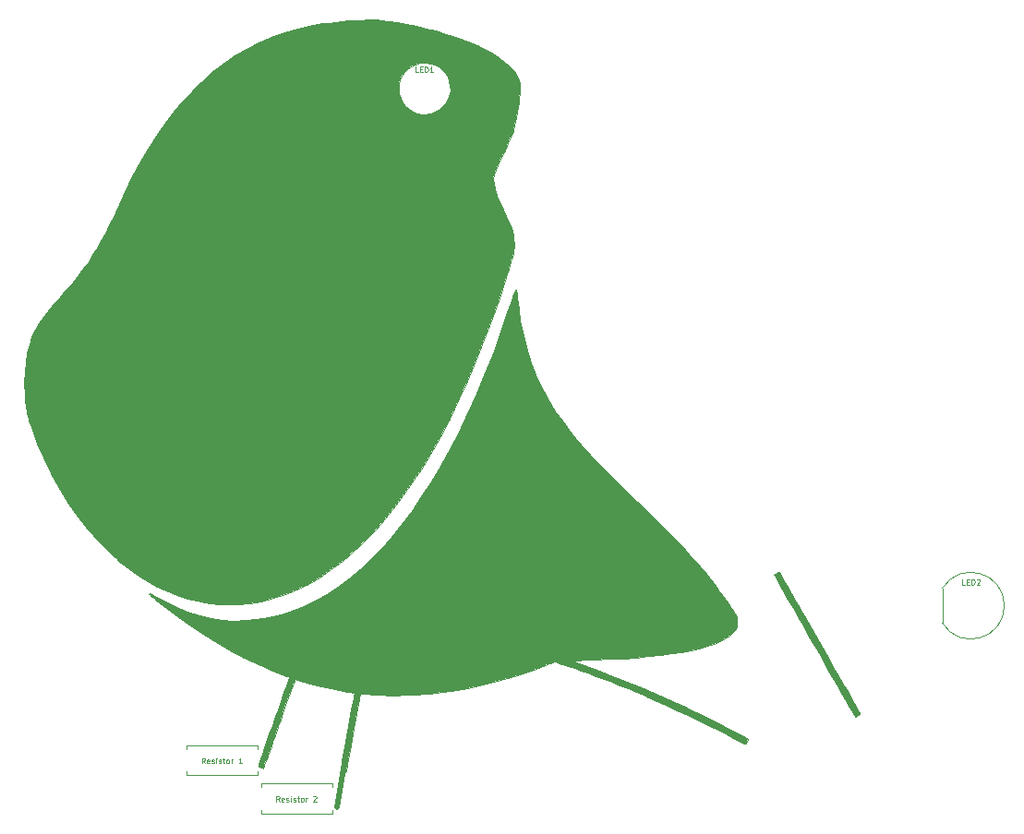
<source format=gbr>
%TF.GenerationSoftware,KiCad,Pcbnew,8.0.5*%
%TF.CreationDate,2025-02-18T12:13:13+00:00*%
%TF.ProjectId,robin,726f6269-6e2e-46b6-9963-61645f706362,v2*%
%TF.SameCoordinates,Original*%
%TF.FileFunction,Legend,Top*%
%TF.FilePolarity,Positive*%
%FSLAX46Y46*%
G04 Gerber Fmt 4.6, Leading zero omitted, Abs format (unit mm)*
G04 Created by KiCad (PCBNEW 8.0.5) date 2025-02-18 12:13:13*
%MOMM*%
%LPD*%
G01*
G04 APERTURE LIST*
%ADD10C,0.500000*%
%ADD11C,0.125000*%
%ADD12C,0.100000*%
%ADD13C,0.120000*%
%ADD14C,0.010000*%
G04 APERTURE END LIST*
D10*
X139700000Y-125501400D02*
X139115800Y-128981200D01*
D11*
X146557276Y-61565809D02*
X146319181Y-61565809D01*
X146319181Y-61565809D02*
X146319181Y-61065809D01*
X146723943Y-61303904D02*
X146890610Y-61303904D01*
X146962038Y-61565809D02*
X146723943Y-61565809D01*
X146723943Y-61565809D02*
X146723943Y-61065809D01*
X146723943Y-61065809D02*
X146962038Y-61065809D01*
X147176324Y-61565809D02*
X147176324Y-61065809D01*
X147176324Y-61065809D02*
X147295372Y-61065809D01*
X147295372Y-61065809D02*
X147366800Y-61089619D01*
X147366800Y-61089619D02*
X147414419Y-61137238D01*
X147414419Y-61137238D02*
X147438229Y-61184857D01*
X147438229Y-61184857D02*
X147462038Y-61280095D01*
X147462038Y-61280095D02*
X147462038Y-61351523D01*
X147462038Y-61351523D02*
X147438229Y-61446761D01*
X147438229Y-61446761D02*
X147414419Y-61494380D01*
X147414419Y-61494380D02*
X147366800Y-61542000D01*
X147366800Y-61542000D02*
X147295372Y-61565809D01*
X147295372Y-61565809D02*
X147176324Y-61565809D01*
X147938229Y-61565809D02*
X147652515Y-61565809D01*
X147795372Y-61565809D02*
X147795372Y-61065809D01*
X147795372Y-61065809D02*
X147747753Y-61137238D01*
X147747753Y-61137238D02*
X147700134Y-61184857D01*
X147700134Y-61184857D02*
X147652515Y-61208666D01*
X196696876Y-108581209D02*
X196458781Y-108581209D01*
X196458781Y-108581209D02*
X196458781Y-108081209D01*
X196863543Y-108319304D02*
X197030210Y-108319304D01*
X197101638Y-108581209D02*
X196863543Y-108581209D01*
X196863543Y-108581209D02*
X196863543Y-108081209D01*
X196863543Y-108081209D02*
X197101638Y-108081209D01*
X197315924Y-108581209D02*
X197315924Y-108081209D01*
X197315924Y-108081209D02*
X197434972Y-108081209D01*
X197434972Y-108081209D02*
X197506400Y-108105019D01*
X197506400Y-108105019D02*
X197554019Y-108152638D01*
X197554019Y-108152638D02*
X197577829Y-108200257D01*
X197577829Y-108200257D02*
X197601638Y-108295495D01*
X197601638Y-108295495D02*
X197601638Y-108366923D01*
X197601638Y-108366923D02*
X197577829Y-108462161D01*
X197577829Y-108462161D02*
X197554019Y-108509780D01*
X197554019Y-108509780D02*
X197506400Y-108557400D01*
X197506400Y-108557400D02*
X197434972Y-108581209D01*
X197434972Y-108581209D02*
X197315924Y-108581209D01*
X197792115Y-108128828D02*
X197815924Y-108105019D01*
X197815924Y-108105019D02*
X197863543Y-108081209D01*
X197863543Y-108081209D02*
X197982591Y-108081209D01*
X197982591Y-108081209D02*
X198030210Y-108105019D01*
X198030210Y-108105019D02*
X198054019Y-108128828D01*
X198054019Y-108128828D02*
X198077829Y-108176447D01*
X198077829Y-108176447D02*
X198077829Y-108224066D01*
X198077829Y-108224066D02*
X198054019Y-108295495D01*
X198054019Y-108295495D02*
X197768305Y-108581209D01*
X197768305Y-108581209D02*
X198077829Y-108581209D01*
X127013686Y-124989609D02*
X126847020Y-124751514D01*
X126727972Y-124989609D02*
X126727972Y-124489609D01*
X126727972Y-124489609D02*
X126918448Y-124489609D01*
X126918448Y-124489609D02*
X126966067Y-124513419D01*
X126966067Y-124513419D02*
X126989877Y-124537228D01*
X126989877Y-124537228D02*
X127013686Y-124584847D01*
X127013686Y-124584847D02*
X127013686Y-124656276D01*
X127013686Y-124656276D02*
X126989877Y-124703895D01*
X126989877Y-124703895D02*
X126966067Y-124727704D01*
X126966067Y-124727704D02*
X126918448Y-124751514D01*
X126918448Y-124751514D02*
X126727972Y-124751514D01*
X127418448Y-124965800D02*
X127370829Y-124989609D01*
X127370829Y-124989609D02*
X127275591Y-124989609D01*
X127275591Y-124989609D02*
X127227972Y-124965800D01*
X127227972Y-124965800D02*
X127204163Y-124918180D01*
X127204163Y-124918180D02*
X127204163Y-124727704D01*
X127204163Y-124727704D02*
X127227972Y-124680085D01*
X127227972Y-124680085D02*
X127275591Y-124656276D01*
X127275591Y-124656276D02*
X127370829Y-124656276D01*
X127370829Y-124656276D02*
X127418448Y-124680085D01*
X127418448Y-124680085D02*
X127442258Y-124727704D01*
X127442258Y-124727704D02*
X127442258Y-124775323D01*
X127442258Y-124775323D02*
X127204163Y-124822942D01*
X127632734Y-124965800D02*
X127680353Y-124989609D01*
X127680353Y-124989609D02*
X127775591Y-124989609D01*
X127775591Y-124989609D02*
X127823210Y-124965800D01*
X127823210Y-124965800D02*
X127847019Y-124918180D01*
X127847019Y-124918180D02*
X127847019Y-124894371D01*
X127847019Y-124894371D02*
X127823210Y-124846752D01*
X127823210Y-124846752D02*
X127775591Y-124822942D01*
X127775591Y-124822942D02*
X127704162Y-124822942D01*
X127704162Y-124822942D02*
X127656543Y-124799133D01*
X127656543Y-124799133D02*
X127632734Y-124751514D01*
X127632734Y-124751514D02*
X127632734Y-124727704D01*
X127632734Y-124727704D02*
X127656543Y-124680085D01*
X127656543Y-124680085D02*
X127704162Y-124656276D01*
X127704162Y-124656276D02*
X127775591Y-124656276D01*
X127775591Y-124656276D02*
X127823210Y-124680085D01*
X128061305Y-124989609D02*
X128061305Y-124656276D01*
X128061305Y-124489609D02*
X128037496Y-124513419D01*
X128037496Y-124513419D02*
X128061305Y-124537228D01*
X128061305Y-124537228D02*
X128085115Y-124513419D01*
X128085115Y-124513419D02*
X128061305Y-124489609D01*
X128061305Y-124489609D02*
X128061305Y-124537228D01*
X128275591Y-124965800D02*
X128323210Y-124989609D01*
X128323210Y-124989609D02*
X128418448Y-124989609D01*
X128418448Y-124989609D02*
X128466067Y-124965800D01*
X128466067Y-124965800D02*
X128489876Y-124918180D01*
X128489876Y-124918180D02*
X128489876Y-124894371D01*
X128489876Y-124894371D02*
X128466067Y-124846752D01*
X128466067Y-124846752D02*
X128418448Y-124822942D01*
X128418448Y-124822942D02*
X128347019Y-124822942D01*
X128347019Y-124822942D02*
X128299400Y-124799133D01*
X128299400Y-124799133D02*
X128275591Y-124751514D01*
X128275591Y-124751514D02*
X128275591Y-124727704D01*
X128275591Y-124727704D02*
X128299400Y-124680085D01*
X128299400Y-124680085D02*
X128347019Y-124656276D01*
X128347019Y-124656276D02*
X128418448Y-124656276D01*
X128418448Y-124656276D02*
X128466067Y-124680085D01*
X128632734Y-124656276D02*
X128823210Y-124656276D01*
X128704162Y-124489609D02*
X128704162Y-124918180D01*
X128704162Y-124918180D02*
X128727972Y-124965800D01*
X128727972Y-124965800D02*
X128775591Y-124989609D01*
X128775591Y-124989609D02*
X128823210Y-124989609D01*
X129061305Y-124989609D02*
X129013686Y-124965800D01*
X129013686Y-124965800D02*
X128989876Y-124941990D01*
X128989876Y-124941990D02*
X128966067Y-124894371D01*
X128966067Y-124894371D02*
X128966067Y-124751514D01*
X128966067Y-124751514D02*
X128989876Y-124703895D01*
X128989876Y-124703895D02*
X129013686Y-124680085D01*
X129013686Y-124680085D02*
X129061305Y-124656276D01*
X129061305Y-124656276D02*
X129132733Y-124656276D01*
X129132733Y-124656276D02*
X129180352Y-124680085D01*
X129180352Y-124680085D02*
X129204162Y-124703895D01*
X129204162Y-124703895D02*
X129227971Y-124751514D01*
X129227971Y-124751514D02*
X129227971Y-124894371D01*
X129227971Y-124894371D02*
X129204162Y-124941990D01*
X129204162Y-124941990D02*
X129180352Y-124965800D01*
X129180352Y-124965800D02*
X129132733Y-124989609D01*
X129132733Y-124989609D02*
X129061305Y-124989609D01*
X129442257Y-124989609D02*
X129442257Y-124656276D01*
X129442257Y-124751514D02*
X129466067Y-124703895D01*
X129466067Y-124703895D02*
X129489876Y-124680085D01*
X129489876Y-124680085D02*
X129537495Y-124656276D01*
X129537495Y-124656276D02*
X129585114Y-124656276D01*
X130394638Y-124989609D02*
X130108924Y-124989609D01*
X130251781Y-124989609D02*
X130251781Y-124489609D01*
X130251781Y-124489609D02*
X130204162Y-124561038D01*
X130204162Y-124561038D02*
X130156543Y-124608657D01*
X130156543Y-124608657D02*
X130108924Y-124632466D01*
X133846286Y-128494809D02*
X133679620Y-128256714D01*
X133560572Y-128494809D02*
X133560572Y-127994809D01*
X133560572Y-127994809D02*
X133751048Y-127994809D01*
X133751048Y-127994809D02*
X133798667Y-128018619D01*
X133798667Y-128018619D02*
X133822477Y-128042428D01*
X133822477Y-128042428D02*
X133846286Y-128090047D01*
X133846286Y-128090047D02*
X133846286Y-128161476D01*
X133846286Y-128161476D02*
X133822477Y-128209095D01*
X133822477Y-128209095D02*
X133798667Y-128232904D01*
X133798667Y-128232904D02*
X133751048Y-128256714D01*
X133751048Y-128256714D02*
X133560572Y-128256714D01*
X134251048Y-128471000D02*
X134203429Y-128494809D01*
X134203429Y-128494809D02*
X134108191Y-128494809D01*
X134108191Y-128494809D02*
X134060572Y-128471000D01*
X134060572Y-128471000D02*
X134036763Y-128423380D01*
X134036763Y-128423380D02*
X134036763Y-128232904D01*
X134036763Y-128232904D02*
X134060572Y-128185285D01*
X134060572Y-128185285D02*
X134108191Y-128161476D01*
X134108191Y-128161476D02*
X134203429Y-128161476D01*
X134203429Y-128161476D02*
X134251048Y-128185285D01*
X134251048Y-128185285D02*
X134274858Y-128232904D01*
X134274858Y-128232904D02*
X134274858Y-128280523D01*
X134274858Y-128280523D02*
X134036763Y-128328142D01*
X134465334Y-128471000D02*
X134512953Y-128494809D01*
X134512953Y-128494809D02*
X134608191Y-128494809D01*
X134608191Y-128494809D02*
X134655810Y-128471000D01*
X134655810Y-128471000D02*
X134679619Y-128423380D01*
X134679619Y-128423380D02*
X134679619Y-128399571D01*
X134679619Y-128399571D02*
X134655810Y-128351952D01*
X134655810Y-128351952D02*
X134608191Y-128328142D01*
X134608191Y-128328142D02*
X134536762Y-128328142D01*
X134536762Y-128328142D02*
X134489143Y-128304333D01*
X134489143Y-128304333D02*
X134465334Y-128256714D01*
X134465334Y-128256714D02*
X134465334Y-128232904D01*
X134465334Y-128232904D02*
X134489143Y-128185285D01*
X134489143Y-128185285D02*
X134536762Y-128161476D01*
X134536762Y-128161476D02*
X134608191Y-128161476D01*
X134608191Y-128161476D02*
X134655810Y-128185285D01*
X134893905Y-128494809D02*
X134893905Y-128161476D01*
X134893905Y-127994809D02*
X134870096Y-128018619D01*
X134870096Y-128018619D02*
X134893905Y-128042428D01*
X134893905Y-128042428D02*
X134917715Y-128018619D01*
X134917715Y-128018619D02*
X134893905Y-127994809D01*
X134893905Y-127994809D02*
X134893905Y-128042428D01*
X135108191Y-128471000D02*
X135155810Y-128494809D01*
X135155810Y-128494809D02*
X135251048Y-128494809D01*
X135251048Y-128494809D02*
X135298667Y-128471000D01*
X135298667Y-128471000D02*
X135322476Y-128423380D01*
X135322476Y-128423380D02*
X135322476Y-128399571D01*
X135322476Y-128399571D02*
X135298667Y-128351952D01*
X135298667Y-128351952D02*
X135251048Y-128328142D01*
X135251048Y-128328142D02*
X135179619Y-128328142D01*
X135179619Y-128328142D02*
X135132000Y-128304333D01*
X135132000Y-128304333D02*
X135108191Y-128256714D01*
X135108191Y-128256714D02*
X135108191Y-128232904D01*
X135108191Y-128232904D02*
X135132000Y-128185285D01*
X135132000Y-128185285D02*
X135179619Y-128161476D01*
X135179619Y-128161476D02*
X135251048Y-128161476D01*
X135251048Y-128161476D02*
X135298667Y-128185285D01*
X135465334Y-128161476D02*
X135655810Y-128161476D01*
X135536762Y-127994809D02*
X135536762Y-128423380D01*
X135536762Y-128423380D02*
X135560572Y-128471000D01*
X135560572Y-128471000D02*
X135608191Y-128494809D01*
X135608191Y-128494809D02*
X135655810Y-128494809D01*
X135893905Y-128494809D02*
X135846286Y-128471000D01*
X135846286Y-128471000D02*
X135822476Y-128447190D01*
X135822476Y-128447190D02*
X135798667Y-128399571D01*
X135798667Y-128399571D02*
X135798667Y-128256714D01*
X135798667Y-128256714D02*
X135822476Y-128209095D01*
X135822476Y-128209095D02*
X135846286Y-128185285D01*
X135846286Y-128185285D02*
X135893905Y-128161476D01*
X135893905Y-128161476D02*
X135965333Y-128161476D01*
X135965333Y-128161476D02*
X136012952Y-128185285D01*
X136012952Y-128185285D02*
X136036762Y-128209095D01*
X136036762Y-128209095D02*
X136060571Y-128256714D01*
X136060571Y-128256714D02*
X136060571Y-128399571D01*
X136060571Y-128399571D02*
X136036762Y-128447190D01*
X136036762Y-128447190D02*
X136012952Y-128471000D01*
X136012952Y-128471000D02*
X135965333Y-128494809D01*
X135965333Y-128494809D02*
X135893905Y-128494809D01*
X136274857Y-128494809D02*
X136274857Y-128161476D01*
X136274857Y-128256714D02*
X136298667Y-128209095D01*
X136298667Y-128209095D02*
X136322476Y-128185285D01*
X136322476Y-128185285D02*
X136370095Y-128161476D01*
X136370095Y-128161476D02*
X136417714Y-128161476D01*
X136941524Y-128042428D02*
X136965333Y-128018619D01*
X136965333Y-128018619D02*
X137012952Y-127994809D01*
X137012952Y-127994809D02*
X137132000Y-127994809D01*
X137132000Y-127994809D02*
X137179619Y-128018619D01*
X137179619Y-128018619D02*
X137203428Y-128042428D01*
X137203428Y-128042428D02*
X137227238Y-128090047D01*
X137227238Y-128090047D02*
X137227238Y-128137666D01*
X137227238Y-128137666D02*
X137203428Y-128209095D01*
X137203428Y-128209095D02*
X136917714Y-128494809D01*
X136917714Y-128494809D02*
X137227238Y-128494809D01*
D12*
%TO.C,LED1*%
X144421212Y-61521230D02*
X144421212Y-64731230D01*
X144419494Y-61514019D02*
G75*
G02*
X144421212Y-64731230I2611718J-1607211D01*
G01*
%TO.C,LED2*%
X194637012Y-108917630D02*
X194637012Y-112127630D01*
X194635294Y-108910419D02*
G75*
G02*
X194637012Y-112127630I2611718J-1607211D01*
G01*
D13*
%TO.C,Resistor 1*%
X125279400Y-123344000D02*
X131819400Y-123344000D01*
X125279400Y-123674000D02*
X125279400Y-123344000D01*
X125279400Y-125754000D02*
X125279400Y-126084000D01*
X125279400Y-126084000D02*
X131819400Y-126084000D01*
X131819400Y-123344000D02*
X131819400Y-123674000D01*
X131819400Y-126084000D02*
X131819400Y-125754000D01*
%TO.C,Resistor 2*%
X132137400Y-126849200D02*
X138677400Y-126849200D01*
X132137400Y-127179200D02*
X132137400Y-126849200D01*
X132137400Y-129259200D02*
X132137400Y-129589200D01*
X132137400Y-129589200D02*
X138677400Y-129589200D01*
X138677400Y-126849200D02*
X138677400Y-127179200D01*
X138677400Y-129589200D02*
X138677400Y-129259200D01*
D14*
%TO.C,G\u002A\u002A\u002A*%
X179673597Y-107445886D02*
X179735773Y-107553363D01*
X179834654Y-107725363D01*
X179967658Y-107957353D01*
X180132201Y-108244802D01*
X180325702Y-108583176D01*
X180545577Y-108967944D01*
X180789242Y-109394572D01*
X181054116Y-109858528D01*
X181337616Y-110355280D01*
X181637158Y-110880295D01*
X181950160Y-111429040D01*
X182274038Y-111996983D01*
X182606211Y-112579592D01*
X182944094Y-113172333D01*
X183285106Y-113770675D01*
X183626663Y-114370085D01*
X183966183Y-114966030D01*
X184301082Y-115553977D01*
X184628777Y-116129395D01*
X184946687Y-116687751D01*
X185252227Y-117224512D01*
X185542816Y-117735145D01*
X185815870Y-118215119D01*
X186068806Y-118659900D01*
X186299041Y-119064957D01*
X186503994Y-119425755D01*
X186681079Y-119737764D01*
X186827716Y-119996450D01*
X186941321Y-120197282D01*
X187019310Y-120335725D01*
X187059102Y-120407249D01*
X187063823Y-120416293D01*
X187039197Y-120456888D01*
X186962432Y-120519341D01*
X186857532Y-120588480D01*
X186748498Y-120649132D01*
X186659332Y-120686127D01*
X186629238Y-120690998D01*
X186604766Y-120654667D01*
X186540599Y-120548434D01*
X186438871Y-120376010D01*
X186301714Y-120141106D01*
X186131264Y-119847432D01*
X185929653Y-119498698D01*
X185699014Y-119098617D01*
X185441482Y-118650897D01*
X185159190Y-118159251D01*
X184854272Y-117627389D01*
X184528860Y-117059021D01*
X184185089Y-116457858D01*
X183825092Y-115827611D01*
X183451002Y-115171991D01*
X183064954Y-114494708D01*
X182894492Y-114195429D01*
X182504092Y-113509635D01*
X182125155Y-112843547D01*
X181759794Y-112200895D01*
X181410119Y-111585411D01*
X181078244Y-111000824D01*
X180766279Y-110450868D01*
X180476336Y-109939272D01*
X180210527Y-109469768D01*
X179970965Y-109046087D01*
X179759760Y-108671959D01*
X179579025Y-108351117D01*
X179430872Y-108087291D01*
X179317411Y-107884212D01*
X179240756Y-107745612D01*
X179203018Y-107675221D01*
X179199282Y-107666848D01*
X179234013Y-107629860D01*
X179318019Y-107571616D01*
X179426555Y-107506334D01*
X179534877Y-107448233D01*
X179618239Y-107411530D01*
X179650710Y-107407465D01*
X179673597Y-107445886D01*
G36*
X179673597Y-107445886D02*
G01*
X179735773Y-107553363D01*
X179834654Y-107725363D01*
X179967658Y-107957353D01*
X180132201Y-108244802D01*
X180325702Y-108583176D01*
X180545577Y-108967944D01*
X180789242Y-109394572D01*
X181054116Y-109858528D01*
X181337616Y-110355280D01*
X181637158Y-110880295D01*
X181950160Y-111429040D01*
X182274038Y-111996983D01*
X182606211Y-112579592D01*
X182944094Y-113172333D01*
X183285106Y-113770675D01*
X183626663Y-114370085D01*
X183966183Y-114966030D01*
X184301082Y-115553977D01*
X184628777Y-116129395D01*
X184946687Y-116687751D01*
X185252227Y-117224512D01*
X185542816Y-117735145D01*
X185815870Y-118215119D01*
X186068806Y-118659900D01*
X186299041Y-119064957D01*
X186503994Y-119425755D01*
X186681079Y-119737764D01*
X186827716Y-119996450D01*
X186941321Y-120197282D01*
X187019310Y-120335725D01*
X187059102Y-120407249D01*
X187063823Y-120416293D01*
X187039197Y-120456888D01*
X186962432Y-120519341D01*
X186857532Y-120588480D01*
X186748498Y-120649132D01*
X186659332Y-120686127D01*
X186629238Y-120690998D01*
X186604766Y-120654667D01*
X186540599Y-120548434D01*
X186438871Y-120376010D01*
X186301714Y-120141106D01*
X186131264Y-119847432D01*
X185929653Y-119498698D01*
X185699014Y-119098617D01*
X185441482Y-118650897D01*
X185159190Y-118159251D01*
X184854272Y-117627389D01*
X184528860Y-117059021D01*
X184185089Y-116457858D01*
X183825092Y-115827611D01*
X183451002Y-115171991D01*
X183064954Y-114494708D01*
X182894492Y-114195429D01*
X182504092Y-113509635D01*
X182125155Y-112843547D01*
X181759794Y-112200895D01*
X181410119Y-111585411D01*
X181078244Y-111000824D01*
X180766279Y-110450868D01*
X180476336Y-109939272D01*
X180210527Y-109469768D01*
X179970965Y-109046087D01*
X179759760Y-108671959D01*
X179579025Y-108351117D01*
X179430872Y-108087291D01*
X179317411Y-107884212D01*
X179240756Y-107745612D01*
X179203018Y-107675221D01*
X179199282Y-107666848D01*
X179234013Y-107629860D01*
X179318019Y-107571616D01*
X179426555Y-107506334D01*
X179534877Y-107448233D01*
X179618239Y-107411530D01*
X179650710Y-107407465D01*
X179673597Y-107445886D01*
G37*
X142807920Y-56745815D02*
X143080750Y-56762097D01*
X143834491Y-56841172D01*
X144646577Y-56959825D01*
X145502393Y-57114678D01*
X146387325Y-57302350D01*
X147286758Y-57519463D01*
X148186079Y-57762636D01*
X149070671Y-58028492D01*
X149925921Y-58313650D01*
X150174229Y-58402325D01*
X151104702Y-58758749D01*
X151954506Y-59123224D01*
X152723196Y-59495454D01*
X153410325Y-59875139D01*
X154015449Y-60261983D01*
X154538123Y-60655687D01*
X154977902Y-61055954D01*
X155334339Y-61462486D01*
X155606989Y-61874985D01*
X155725724Y-62114926D01*
X155774799Y-62230175D01*
X155809960Y-62326405D01*
X155833466Y-62421012D01*
X155847580Y-62531398D01*
X155854562Y-62674960D01*
X155856675Y-62869097D01*
X155856221Y-63119000D01*
X155849227Y-63526373D01*
X155829613Y-63909151D01*
X155794992Y-64293321D01*
X155742979Y-64704867D01*
X155671187Y-65169777D01*
X155663777Y-65214500D01*
X155553578Y-65797380D01*
X155418071Y-66364292D01*
X155252944Y-66926667D01*
X155053889Y-67495938D01*
X154816596Y-68083535D01*
X154536754Y-68700890D01*
X154210055Y-69359435D01*
X153834709Y-70065984D01*
X153641021Y-70486096D01*
X153519510Y-70910214D01*
X153469829Y-71347108D01*
X153491628Y-71805549D01*
X153584560Y-72294306D01*
X153727543Y-72763984D01*
X153780289Y-72900494D01*
X153863558Y-73099034D01*
X153971058Y-73345391D01*
X154096497Y-73625350D01*
X154233585Y-73924698D01*
X154376030Y-74229220D01*
X154377109Y-74231500D01*
X154608054Y-74726812D01*
X154800892Y-75158293D01*
X154958710Y-75536082D01*
X155084596Y-75870318D01*
X155181636Y-76171139D01*
X155252920Y-76448684D01*
X155301534Y-76713091D01*
X155330567Y-76974499D01*
X155343105Y-77243046D01*
X155344033Y-77406500D01*
X155342520Y-77562416D01*
X155338791Y-77699169D01*
X155330619Y-77826367D01*
X155315777Y-77953617D01*
X155292038Y-78090529D01*
X155257175Y-78246709D01*
X155208962Y-78431766D01*
X155145171Y-78655309D01*
X155063576Y-78926944D01*
X154961949Y-79256280D01*
X154838064Y-79652926D01*
X154781580Y-79833219D01*
X154077230Y-82008578D01*
X153353012Y-84102460D01*
X152608513Y-86115787D01*
X151843321Y-88049483D01*
X151057024Y-89904472D01*
X150249209Y-91681676D01*
X149419464Y-93382018D01*
X148567376Y-95006423D01*
X147692534Y-96555813D01*
X146794524Y-98031112D01*
X146335892Y-98742500D01*
X145417939Y-100086455D01*
X144484235Y-101349435D01*
X143535050Y-102531237D01*
X142570652Y-103631658D01*
X141591307Y-104650495D01*
X140597286Y-105587545D01*
X139588855Y-106442604D01*
X138566283Y-107215471D01*
X137529838Y-107905940D01*
X136479789Y-108513810D01*
X135416403Y-109038878D01*
X134339948Y-109480939D01*
X133250694Y-109839792D01*
X132148907Y-110115233D01*
X131072467Y-110301976D01*
X130901362Y-110319855D01*
X130665649Y-110336764D01*
X130381159Y-110352257D01*
X130063724Y-110365894D01*
X129729178Y-110377230D01*
X129393350Y-110385822D01*
X129072075Y-110391227D01*
X128781185Y-110393002D01*
X128536510Y-110390704D01*
X128353884Y-110383889D01*
X128299634Y-110379588D01*
X127593469Y-110298652D01*
X126950176Y-110203176D01*
X126348560Y-110088704D01*
X125767429Y-109950778D01*
X125185590Y-109784940D01*
X124662807Y-109614653D01*
X123637225Y-109221181D01*
X122624623Y-108747530D01*
X121623372Y-108192759D01*
X120631844Y-107555925D01*
X119648410Y-106836084D01*
X119092134Y-106389335D01*
X118851733Y-106181393D01*
X118568099Y-105921769D01*
X118253445Y-105622767D01*
X117919985Y-105296689D01*
X117579933Y-104955838D01*
X117245504Y-104612517D01*
X116928911Y-104279029D01*
X116642368Y-103967677D01*
X116398090Y-103690763D01*
X116312678Y-103589667D01*
X115373080Y-102395488D01*
X114498297Y-101151070D01*
X113687408Y-99854733D01*
X112939492Y-98504796D01*
X112253628Y-97099581D01*
X111628895Y-95637407D01*
X111064370Y-94116594D01*
X110978896Y-93865703D01*
X110880508Y-93569154D01*
X110799508Y-93311291D01*
X110733500Y-93078161D01*
X110680087Y-92855809D01*
X110636873Y-92630284D01*
X110601462Y-92387630D01*
X110571457Y-92113894D01*
X110544462Y-91795124D01*
X110518080Y-91417366D01*
X110494808Y-91047015D01*
X110459097Y-90029200D01*
X110480328Y-89073071D01*
X110558675Y-88177499D01*
X110694309Y-87341356D01*
X110887404Y-86563515D01*
X111138131Y-85842848D01*
X111368264Y-85330816D01*
X111521970Y-85036508D01*
X111689501Y-84745652D01*
X111876722Y-84450358D01*
X112089499Y-84142738D01*
X112333699Y-83814905D01*
X112615188Y-83458969D01*
X112939831Y-83067044D01*
X113313496Y-82631241D01*
X113719581Y-82169000D01*
X114332787Y-81467110D01*
X114890549Y-80805199D01*
X115400088Y-80172061D01*
X115868624Y-79556492D01*
X116303377Y-78947287D01*
X116711565Y-78333242D01*
X117100410Y-77703150D01*
X117477131Y-77045808D01*
X117848948Y-76350011D01*
X118223081Y-75604553D01*
X118606750Y-74798231D01*
X118943267Y-74062167D01*
X119644752Y-72556617D01*
X120357231Y-71133002D01*
X121082410Y-69789105D01*
X121821994Y-68522704D01*
X122577691Y-67331580D01*
X123351205Y-66213514D01*
X124144244Y-65166286D01*
X124958512Y-64187677D01*
X125795716Y-63275466D01*
X125952134Y-63121555D01*
X144753137Y-63121555D01*
X144787018Y-63405006D01*
X144809547Y-63521167D01*
X144937574Y-63938037D01*
X145134736Y-64316535D01*
X145392659Y-64649766D01*
X145702971Y-64930840D01*
X146057299Y-65152863D01*
X146447271Y-65308945D01*
X146864515Y-65392192D01*
X147097323Y-65404434D01*
X147305955Y-65397243D01*
X147516393Y-65377665D01*
X147690074Y-65349556D01*
X147722032Y-65341962D01*
X148110399Y-65202658D01*
X148465166Y-64993204D01*
X148793655Y-64711189D01*
X149080713Y-64368496D01*
X149293845Y-63994650D01*
X149433018Y-63598972D01*
X149498200Y-63190781D01*
X149489356Y-62779396D01*
X149406454Y-62374138D01*
X149249461Y-61984326D01*
X149018344Y-61619280D01*
X148805475Y-61376464D01*
X148481027Y-61106275D01*
X148111141Y-60893931D01*
X147713279Y-60746808D01*
X147304903Y-60672281D01*
X147119609Y-60664402D01*
X146702027Y-60706885D01*
X146301234Y-60825917D01*
X145926729Y-61013693D01*
X145588011Y-61262410D01*
X145294580Y-61564264D01*
X145055933Y-61911451D01*
X144881570Y-62296167D01*
X144806822Y-62564466D01*
X144759778Y-62855301D01*
X144753137Y-63121555D01*
X125952134Y-63121555D01*
X126657562Y-62427435D01*
X127545756Y-61641363D01*
X128462003Y-60915032D01*
X129408010Y-60246221D01*
X129717800Y-60043664D01*
X130792916Y-59404159D01*
X131915735Y-58834194D01*
X133086476Y-58333692D01*
X134305356Y-57902571D01*
X135572593Y-57540753D01*
X136888405Y-57248158D01*
X137803467Y-57089853D01*
X138357854Y-57011373D01*
X138943178Y-56941060D01*
X139546359Y-56879727D01*
X140154316Y-56828188D01*
X140753968Y-56787253D01*
X141332235Y-56757736D01*
X141876036Y-56740450D01*
X142372292Y-56736205D01*
X142807920Y-56745815D01*
G36*
X142807920Y-56745815D02*
G01*
X143080750Y-56762097D01*
X143834491Y-56841172D01*
X144646577Y-56959825D01*
X145502393Y-57114678D01*
X146387325Y-57302350D01*
X147286758Y-57519463D01*
X148186079Y-57762636D01*
X149070671Y-58028492D01*
X149925921Y-58313650D01*
X150174229Y-58402325D01*
X151104702Y-58758749D01*
X151954506Y-59123224D01*
X152723196Y-59495454D01*
X153410325Y-59875139D01*
X154015449Y-60261983D01*
X154538123Y-60655687D01*
X154977902Y-61055954D01*
X155334339Y-61462486D01*
X155606989Y-61874985D01*
X155725724Y-62114926D01*
X155774799Y-62230175D01*
X155809960Y-62326405D01*
X155833466Y-62421012D01*
X155847580Y-62531398D01*
X155854562Y-62674960D01*
X155856675Y-62869097D01*
X155856221Y-63119000D01*
X155849227Y-63526373D01*
X155829613Y-63909151D01*
X155794992Y-64293321D01*
X155742979Y-64704867D01*
X155671187Y-65169777D01*
X155663777Y-65214500D01*
X155553578Y-65797380D01*
X155418071Y-66364292D01*
X155252944Y-66926667D01*
X155053889Y-67495938D01*
X154816596Y-68083535D01*
X154536754Y-68700890D01*
X154210055Y-69359435D01*
X153834709Y-70065984D01*
X153641021Y-70486096D01*
X153519510Y-70910214D01*
X153469829Y-71347108D01*
X153491628Y-71805549D01*
X153584560Y-72294306D01*
X153727543Y-72763984D01*
X153780289Y-72900494D01*
X153863558Y-73099034D01*
X153971058Y-73345391D01*
X154096497Y-73625350D01*
X154233585Y-73924698D01*
X154376030Y-74229220D01*
X154377109Y-74231500D01*
X154608054Y-74726812D01*
X154800892Y-75158293D01*
X154958710Y-75536082D01*
X155084596Y-75870318D01*
X155181636Y-76171139D01*
X155252920Y-76448684D01*
X155301534Y-76713091D01*
X155330567Y-76974499D01*
X155343105Y-77243046D01*
X155344033Y-77406500D01*
X155342520Y-77562416D01*
X155338791Y-77699169D01*
X155330619Y-77826367D01*
X155315777Y-77953617D01*
X155292038Y-78090529D01*
X155257175Y-78246709D01*
X155208962Y-78431766D01*
X155145171Y-78655309D01*
X155063576Y-78926944D01*
X154961949Y-79256280D01*
X154838064Y-79652926D01*
X154781580Y-79833219D01*
X154077230Y-82008578D01*
X153353012Y-84102460D01*
X152608513Y-86115787D01*
X151843321Y-88049483D01*
X151057024Y-89904472D01*
X150249209Y-91681676D01*
X149419464Y-93382018D01*
X148567376Y-95006423D01*
X147692534Y-96555813D01*
X146794524Y-98031112D01*
X146335892Y-98742500D01*
X145417939Y-100086455D01*
X144484235Y-101349435D01*
X143535050Y-102531237D01*
X142570652Y-103631658D01*
X141591307Y-104650495D01*
X140597286Y-105587545D01*
X139588855Y-106442604D01*
X138566283Y-107215471D01*
X137529838Y-107905940D01*
X136479789Y-108513810D01*
X135416403Y-109038878D01*
X134339948Y-109480939D01*
X133250694Y-109839792D01*
X132148907Y-110115233D01*
X131072467Y-110301976D01*
X130901362Y-110319855D01*
X130665649Y-110336764D01*
X130381159Y-110352257D01*
X130063724Y-110365894D01*
X129729178Y-110377230D01*
X129393350Y-110385822D01*
X129072075Y-110391227D01*
X128781185Y-110393002D01*
X128536510Y-110390704D01*
X128353884Y-110383889D01*
X128299634Y-110379588D01*
X127593469Y-110298652D01*
X126950176Y-110203176D01*
X126348560Y-110088704D01*
X125767429Y-109950778D01*
X125185590Y-109784940D01*
X124662807Y-109614653D01*
X123637225Y-109221181D01*
X122624623Y-108747530D01*
X121623372Y-108192759D01*
X120631844Y-107555925D01*
X119648410Y-106836084D01*
X119092134Y-106389335D01*
X118851733Y-106181393D01*
X118568099Y-105921769D01*
X118253445Y-105622767D01*
X117919985Y-105296689D01*
X117579933Y-104955838D01*
X117245504Y-104612517D01*
X116928911Y-104279029D01*
X116642368Y-103967677D01*
X116398090Y-103690763D01*
X116312678Y-103589667D01*
X115373080Y-102395488D01*
X114498297Y-101151070D01*
X113687408Y-99854733D01*
X112939492Y-98504796D01*
X112253628Y-97099581D01*
X111628895Y-95637407D01*
X111064370Y-94116594D01*
X110978896Y-93865703D01*
X110880508Y-93569154D01*
X110799508Y-93311291D01*
X110733500Y-93078161D01*
X110680087Y-92855809D01*
X110636873Y-92630284D01*
X110601462Y-92387630D01*
X110571457Y-92113894D01*
X110544462Y-91795124D01*
X110518080Y-91417366D01*
X110494808Y-91047015D01*
X110459097Y-90029200D01*
X110480328Y-89073071D01*
X110558675Y-88177499D01*
X110694309Y-87341356D01*
X110887404Y-86563515D01*
X111138131Y-85842848D01*
X111368264Y-85330816D01*
X111521970Y-85036508D01*
X111689501Y-84745652D01*
X111876722Y-84450358D01*
X112089499Y-84142738D01*
X112333699Y-83814905D01*
X112615188Y-83458969D01*
X112939831Y-83067044D01*
X113313496Y-82631241D01*
X113719581Y-82169000D01*
X114332787Y-81467110D01*
X114890549Y-80805199D01*
X115400088Y-80172061D01*
X115868624Y-79556492D01*
X116303377Y-78947287D01*
X116711565Y-78333242D01*
X117100410Y-77703150D01*
X117477131Y-77045808D01*
X117848948Y-76350011D01*
X118223081Y-75604553D01*
X118606750Y-74798231D01*
X118943267Y-74062167D01*
X119644752Y-72556617D01*
X120357231Y-71133002D01*
X121082410Y-69789105D01*
X121821994Y-68522704D01*
X122577691Y-67331580D01*
X123351205Y-66213514D01*
X124144244Y-65166286D01*
X124958512Y-64187677D01*
X125795716Y-63275466D01*
X125952134Y-63121555D01*
X144753137Y-63121555D01*
X144787018Y-63405006D01*
X144809547Y-63521167D01*
X144937574Y-63938037D01*
X145134736Y-64316535D01*
X145392659Y-64649766D01*
X145702971Y-64930840D01*
X146057299Y-65152863D01*
X146447271Y-65308945D01*
X146864515Y-65392192D01*
X147097323Y-65404434D01*
X147305955Y-65397243D01*
X147516393Y-65377665D01*
X147690074Y-65349556D01*
X147722032Y-65341962D01*
X148110399Y-65202658D01*
X148465166Y-64993204D01*
X148793655Y-64711189D01*
X149080713Y-64368496D01*
X149293845Y-63994650D01*
X149433018Y-63598972D01*
X149498200Y-63190781D01*
X149489356Y-62779396D01*
X149406454Y-62374138D01*
X149249461Y-61984326D01*
X149018344Y-61619280D01*
X148805475Y-61376464D01*
X148481027Y-61106275D01*
X148111141Y-60893931D01*
X147713279Y-60746808D01*
X147304903Y-60672281D01*
X147119609Y-60664402D01*
X146702027Y-60706885D01*
X146301234Y-60825917D01*
X145926729Y-61013693D01*
X145588011Y-61262410D01*
X145294580Y-61564264D01*
X145055933Y-61911451D01*
X144881570Y-62296167D01*
X144806822Y-62564466D01*
X144759778Y-62855301D01*
X144753137Y-63121555D01*
X125952134Y-63121555D01*
X126657562Y-62427435D01*
X127545756Y-61641363D01*
X128462003Y-60915032D01*
X129408010Y-60246221D01*
X129717800Y-60043664D01*
X130792916Y-59404159D01*
X131915735Y-58834194D01*
X133086476Y-58333692D01*
X134305356Y-57902571D01*
X135572593Y-57540753D01*
X136888405Y-57248158D01*
X137803467Y-57089853D01*
X138357854Y-57011373D01*
X138943178Y-56941060D01*
X139546359Y-56879727D01*
X140154316Y-56828188D01*
X140753968Y-56787253D01*
X141332235Y-56757736D01*
X141876036Y-56740450D01*
X142372292Y-56736205D01*
X142807920Y-56745815D01*
G37*
X155522674Y-81525761D02*
X155546279Y-81592210D01*
X155569664Y-81711575D01*
X155594603Y-81893482D01*
X155622869Y-82147556D01*
X155631602Y-82232748D01*
X155759254Y-83302710D01*
X155923453Y-84359032D01*
X156121652Y-85391063D01*
X156351305Y-86388153D01*
X156609865Y-87339651D01*
X156894785Y-88234905D01*
X157203517Y-89063264D01*
X157346341Y-89404020D01*
X157722872Y-90207065D01*
X158166147Y-91041594D01*
X158669415Y-91897049D01*
X159225928Y-92762876D01*
X159828935Y-93628516D01*
X160471689Y-94483413D01*
X161060178Y-95212875D01*
X161324284Y-95526729D01*
X161587942Y-95833796D01*
X161855985Y-96139069D01*
X162133240Y-96447541D01*
X162424539Y-96764205D01*
X162734712Y-97094054D01*
X163068589Y-97442081D01*
X163431001Y-97813278D01*
X163826777Y-98212640D01*
X164260749Y-98645158D01*
X164737745Y-99115825D01*
X165262597Y-99629636D01*
X165840134Y-100191582D01*
X166420800Y-100754069D01*
X167132448Y-101443833D01*
X167786310Y-102081118D01*
X168386957Y-102670715D01*
X168938965Y-103217412D01*
X169446905Y-103726000D01*
X169915352Y-104201267D01*
X170348878Y-104648005D01*
X170752058Y-105071002D01*
X171129464Y-105475048D01*
X171485670Y-105864932D01*
X171825248Y-106245445D01*
X172152773Y-106621376D01*
X172472818Y-106997514D01*
X172789955Y-107378650D01*
X173049207Y-107696000D01*
X173331382Y-108049074D01*
X173623125Y-108423372D01*
X173918231Y-108810252D01*
X174210492Y-109201072D01*
X174493702Y-109587188D01*
X174761655Y-109959958D01*
X175008143Y-110310739D01*
X175226961Y-110630888D01*
X175411900Y-110911763D01*
X175556756Y-111144720D01*
X175655321Y-111321116D01*
X175661710Y-111333924D01*
X175764896Y-111615978D01*
X175816014Y-111921399D01*
X175812501Y-112221244D01*
X175761396Y-112459831D01*
X175616894Y-112754928D01*
X175389710Y-113036335D01*
X175080743Y-113303850D01*
X174690897Y-113557269D01*
X174221074Y-113796387D01*
X173672175Y-114021002D01*
X173045103Y-114230909D01*
X172340760Y-114425906D01*
X171560047Y-114605788D01*
X170703868Y-114770352D01*
X169773124Y-114919395D01*
X168768717Y-115052712D01*
X167691549Y-115170099D01*
X166542522Y-115271355D01*
X165322539Y-115356274D01*
X164032502Y-115424653D01*
X162673312Y-115476288D01*
X162356800Y-115485613D01*
X161989950Y-115496018D01*
X161646897Y-115506044D01*
X161337511Y-115515382D01*
X161071667Y-115523720D01*
X160859236Y-115530748D01*
X160710091Y-115536155D01*
X160634105Y-115539630D01*
X160629338Y-115539991D01*
X160636642Y-115555591D01*
X160713952Y-115593942D01*
X160851015Y-115650830D01*
X161037580Y-115722040D01*
X161263396Y-115803358D01*
X161306672Y-115818482D01*
X162712789Y-116323329D01*
X164171894Y-116877277D01*
X165671842Y-117475333D01*
X167200485Y-118112504D01*
X168745680Y-118783798D01*
X170295279Y-119484222D01*
X170844634Y-119739160D01*
X171217718Y-119915423D01*
X171637272Y-120117015D01*
X172093449Y-120338973D01*
X172576405Y-120576332D01*
X173076295Y-120824129D01*
X173583273Y-121077400D01*
X174087494Y-121331180D01*
X174579113Y-121580505D01*
X175048285Y-121820413D01*
X175485165Y-122045937D01*
X175879907Y-122252115D01*
X176222666Y-122433983D01*
X176503597Y-122586577D01*
X176612523Y-122647362D01*
X176834746Y-122772850D01*
X176721973Y-122970842D01*
X176653284Y-123088401D01*
X176599207Y-123175562D01*
X176579842Y-123203041D01*
X176533328Y-123197646D01*
X176429312Y-123157073D01*
X176283748Y-123088247D01*
X176131726Y-123008591D01*
X175310185Y-122567819D01*
X174422054Y-122105762D01*
X173480736Y-121628883D01*
X172499630Y-121143643D01*
X171492138Y-120656508D01*
X170471662Y-120173938D01*
X169451601Y-119702397D01*
X168445358Y-119248348D01*
X167466333Y-118818255D01*
X167244385Y-118722528D01*
X166540856Y-118424076D01*
X165811631Y-118121977D01*
X165066857Y-117820088D01*
X164316679Y-117522268D01*
X163571243Y-117232374D01*
X162840696Y-116954263D01*
X162135183Y-116691794D01*
X161464849Y-116448822D01*
X160839842Y-116229207D01*
X160270307Y-116036806D01*
X159766390Y-115875476D01*
X159713374Y-115859172D01*
X159511293Y-115794731D01*
X159378558Y-115744805D01*
X159302426Y-115703190D01*
X159270150Y-115663684D01*
X159266467Y-115641663D01*
X159245086Y-115583550D01*
X159213550Y-115581966D01*
X159156257Y-115604840D01*
X159036676Y-115652655D01*
X158871121Y-115718885D01*
X158675905Y-115797004D01*
X158631467Y-115814790D01*
X157123892Y-116386270D01*
X155598717Y-116901910D01*
X154065944Y-117359171D01*
X152535572Y-117755514D01*
X151017603Y-118088400D01*
X149522036Y-118355288D01*
X148058873Y-118553641D01*
X147688300Y-118593339D01*
X147117288Y-118642997D01*
X146497216Y-118682449D01*
X145844859Y-118711493D01*
X145176991Y-118729926D01*
X144510385Y-118737546D01*
X143861816Y-118734151D01*
X143248057Y-118719539D01*
X142685882Y-118693508D01*
X142227300Y-118659173D01*
X142001833Y-118639492D01*
X141782214Y-118622377D01*
X141596198Y-118609878D01*
X141487709Y-118604498D01*
X141256119Y-118596834D01*
X140595417Y-122205515D01*
X140496257Y-122746159D01*
X140401204Y-123262558D01*
X140311385Y-123748693D01*
X140227929Y-124198545D01*
X140151962Y-124606096D01*
X140084612Y-124965326D01*
X140027008Y-125270218D01*
X139980276Y-125514751D01*
X139945546Y-125692907D01*
X139923943Y-125798668D01*
X139916841Y-125827134D01*
X139868776Y-125827982D01*
X139762723Y-125816859D01*
X139655550Y-125801397D01*
X139519910Y-125771794D01*
X139432975Y-125736687D01*
X139412134Y-125712101D01*
X139419579Y-125663711D01*
X139441178Y-125538173D01*
X139475827Y-125341616D01*
X139522422Y-125080172D01*
X139579858Y-124759972D01*
X139647032Y-124387148D01*
X139722840Y-123967831D01*
X139806176Y-123508151D01*
X139895938Y-123014240D01*
X139991020Y-122492229D01*
X140064968Y-122087019D01*
X140163094Y-121549225D01*
X140256583Y-121035828D01*
X140344346Y-120552861D01*
X140425297Y-120106354D01*
X140498347Y-119702339D01*
X140562411Y-119346847D01*
X140616399Y-119045909D01*
X140659225Y-118805558D01*
X140689802Y-118631823D01*
X140707041Y-118530738D01*
X140710551Y-118506208D01*
X140668462Y-118498034D01*
X140557496Y-118479803D01*
X140392528Y-118453873D01*
X140188433Y-118422606D01*
X140089467Y-118407675D01*
X139329161Y-118279992D01*
X138522342Y-118119810D01*
X137697632Y-117933658D01*
X136883652Y-117728068D01*
X136109022Y-117509571D01*
X135971650Y-117468053D01*
X135740835Y-117398669D01*
X135539527Y-117340386D01*
X135381024Y-117296872D01*
X135278625Y-117271795D01*
X135245582Y-117267761D01*
X135229626Y-117309181D01*
X135187548Y-117425167D01*
X135121232Y-117610390D01*
X135032563Y-117859515D01*
X134923428Y-118167213D01*
X134795712Y-118528149D01*
X134651300Y-118936993D01*
X134492078Y-119388413D01*
X134319931Y-119877075D01*
X134136744Y-120397648D01*
X133944404Y-120944800D01*
X133802613Y-121348500D01*
X133605016Y-121911150D01*
X133415366Y-122450902D01*
X133235536Y-122962439D01*
X133067401Y-123440440D01*
X132912834Y-123879588D01*
X132773710Y-124274565D01*
X132651902Y-124620051D01*
X132549284Y-124910729D01*
X132467730Y-125141280D01*
X132409115Y-125306385D01*
X132375311Y-125400726D01*
X132367393Y-125421844D01*
X132321545Y-125419228D01*
X132226062Y-125391484D01*
X132108190Y-125348950D01*
X131995177Y-125301961D01*
X131914268Y-125260856D01*
X131891374Y-125241250D01*
X131902655Y-125195699D01*
X131940280Y-125075738D01*
X132002387Y-124886790D01*
X132087118Y-124634277D01*
X132192611Y-124323621D01*
X132317007Y-123960244D01*
X132458447Y-123549569D01*
X132615069Y-123097017D01*
X132785015Y-122608011D01*
X132966424Y-122087972D01*
X133157437Y-121542324D01*
X133278470Y-121197529D01*
X133474961Y-120638193D01*
X133663643Y-120100790D01*
X133842602Y-119590781D01*
X134009926Y-119113633D01*
X134163702Y-118674808D01*
X134302018Y-118279773D01*
X134422960Y-117933990D01*
X134524615Y-117642924D01*
X134605073Y-117412040D01*
X134662418Y-117246802D01*
X134694740Y-117152674D01*
X134701334Y-117132572D01*
X134688586Y-117085875D01*
X134617034Y-117036773D01*
X134475438Y-116977917D01*
X134451704Y-116969310D01*
X133189668Y-116483661D01*
X131904174Y-115924343D01*
X130603960Y-115295997D01*
X129297761Y-114603261D01*
X127994314Y-113850775D01*
X126702356Y-113043178D01*
X125430623Y-112185110D01*
X125394441Y-112159736D01*
X125092481Y-111945366D01*
X124770962Y-111712827D01*
X124436754Y-111467439D01*
X124096730Y-111214521D01*
X123757762Y-110959393D01*
X123426722Y-110707375D01*
X123110481Y-110463785D01*
X122815912Y-110233943D01*
X122549886Y-110023170D01*
X122319275Y-109836783D01*
X122130951Y-109680103D01*
X121991787Y-109558449D01*
X121908653Y-109477140D01*
X121887107Y-109444749D01*
X121896637Y-109398050D01*
X121934204Y-109384316D01*
X122009683Y-109406915D01*
X122132947Y-109469214D01*
X122313869Y-109574583D01*
X122373742Y-109610767D01*
X123377119Y-110175031D01*
X124397083Y-110659868D01*
X125430847Y-111064746D01*
X126475621Y-111389133D01*
X127528618Y-111632498D01*
X128587048Y-111794308D01*
X129648124Y-111874032D01*
X130709056Y-111871138D01*
X131767056Y-111785094D01*
X132819336Y-111615368D01*
X132850467Y-111609043D01*
X133937041Y-111343963D01*
X135012623Y-110995449D01*
X136076678Y-110564082D01*
X137128665Y-110050448D01*
X138168049Y-109455131D01*
X139194290Y-108778713D01*
X140206852Y-108021779D01*
X141205195Y-107184912D01*
X142188783Y-106268697D01*
X143157078Y-105273717D01*
X144109542Y-104200555D01*
X145045637Y-103049796D01*
X145964825Y-101822023D01*
X146866568Y-100517821D01*
X147750330Y-99137772D01*
X148615571Y-97682461D01*
X149461754Y-96152471D01*
X150288341Y-94548386D01*
X151094795Y-92870790D01*
X151880577Y-91120267D01*
X152016554Y-90805000D01*
X152521187Y-89603537D01*
X153004874Y-88400618D01*
X153473964Y-87179366D01*
X153934808Y-85922903D01*
X154393755Y-84614353D01*
X154807779Y-83386190D01*
X154963886Y-82917183D01*
X155096366Y-82524295D01*
X155206929Y-82202860D01*
X155297281Y-81948209D01*
X155369131Y-81755674D01*
X155424187Y-81620589D01*
X155464158Y-81538284D01*
X155490751Y-81504094D01*
X155497076Y-81502604D01*
X155522674Y-81525761D01*
G36*
X155522674Y-81525761D02*
G01*
X155546279Y-81592210D01*
X155569664Y-81711575D01*
X155594603Y-81893482D01*
X155622869Y-82147556D01*
X155631602Y-82232748D01*
X155759254Y-83302710D01*
X155923453Y-84359032D01*
X156121652Y-85391063D01*
X156351305Y-86388153D01*
X156609865Y-87339651D01*
X156894785Y-88234905D01*
X157203517Y-89063264D01*
X157346341Y-89404020D01*
X157722872Y-90207065D01*
X158166147Y-91041594D01*
X158669415Y-91897049D01*
X159225928Y-92762876D01*
X159828935Y-93628516D01*
X160471689Y-94483413D01*
X161060178Y-95212875D01*
X161324284Y-95526729D01*
X161587942Y-95833796D01*
X161855985Y-96139069D01*
X162133240Y-96447541D01*
X162424539Y-96764205D01*
X162734712Y-97094054D01*
X163068589Y-97442081D01*
X163431001Y-97813278D01*
X163826777Y-98212640D01*
X164260749Y-98645158D01*
X164737745Y-99115825D01*
X165262597Y-99629636D01*
X165840134Y-100191582D01*
X166420800Y-100754069D01*
X167132448Y-101443833D01*
X167786310Y-102081118D01*
X168386957Y-102670715D01*
X168938965Y-103217412D01*
X169446905Y-103726000D01*
X169915352Y-104201267D01*
X170348878Y-104648005D01*
X170752058Y-105071002D01*
X171129464Y-105475048D01*
X171485670Y-105864932D01*
X171825248Y-106245445D01*
X172152773Y-106621376D01*
X172472818Y-106997514D01*
X172789955Y-107378650D01*
X173049207Y-107696000D01*
X173331382Y-108049074D01*
X173623125Y-108423372D01*
X173918231Y-108810252D01*
X174210492Y-109201072D01*
X174493702Y-109587188D01*
X174761655Y-109959958D01*
X175008143Y-110310739D01*
X175226961Y-110630888D01*
X175411900Y-110911763D01*
X175556756Y-111144720D01*
X175655321Y-111321116D01*
X175661710Y-111333924D01*
X175764896Y-111615978D01*
X175816014Y-111921399D01*
X175812501Y-112221244D01*
X175761396Y-112459831D01*
X175616894Y-112754928D01*
X175389710Y-113036335D01*
X175080743Y-113303850D01*
X174690897Y-113557269D01*
X174221074Y-113796387D01*
X173672175Y-114021002D01*
X173045103Y-114230909D01*
X172340760Y-114425906D01*
X171560047Y-114605788D01*
X170703868Y-114770352D01*
X169773124Y-114919395D01*
X168768717Y-115052712D01*
X167691549Y-115170099D01*
X166542522Y-115271355D01*
X165322539Y-115356274D01*
X164032502Y-115424653D01*
X162673312Y-115476288D01*
X162356800Y-115485613D01*
X161989950Y-115496018D01*
X161646897Y-115506044D01*
X161337511Y-115515382D01*
X161071667Y-115523720D01*
X160859236Y-115530748D01*
X160710091Y-115536155D01*
X160634105Y-115539630D01*
X160629338Y-115539991D01*
X160636642Y-115555591D01*
X160713952Y-115593942D01*
X160851015Y-115650830D01*
X161037580Y-115722040D01*
X161263396Y-115803358D01*
X161306672Y-115818482D01*
X162712789Y-116323329D01*
X164171894Y-116877277D01*
X165671842Y-117475333D01*
X167200485Y-118112504D01*
X168745680Y-118783798D01*
X170295279Y-119484222D01*
X170844634Y-119739160D01*
X171217718Y-119915423D01*
X171637272Y-120117015D01*
X172093449Y-120338973D01*
X172576405Y-120576332D01*
X173076295Y-120824129D01*
X173583273Y-121077400D01*
X174087494Y-121331180D01*
X174579113Y-121580505D01*
X175048285Y-121820413D01*
X175485165Y-122045937D01*
X175879907Y-122252115D01*
X176222666Y-122433983D01*
X176503597Y-122586577D01*
X176612523Y-122647362D01*
X176834746Y-122772850D01*
X176721973Y-122970842D01*
X176653284Y-123088401D01*
X176599207Y-123175562D01*
X176579842Y-123203041D01*
X176533328Y-123197646D01*
X176429312Y-123157073D01*
X176283748Y-123088247D01*
X176131726Y-123008591D01*
X175310185Y-122567819D01*
X174422054Y-122105762D01*
X173480736Y-121628883D01*
X172499630Y-121143643D01*
X171492138Y-120656508D01*
X170471662Y-120173938D01*
X169451601Y-119702397D01*
X168445358Y-119248348D01*
X167466333Y-118818255D01*
X167244385Y-118722528D01*
X166540856Y-118424076D01*
X165811631Y-118121977D01*
X165066857Y-117820088D01*
X164316679Y-117522268D01*
X163571243Y-117232374D01*
X162840696Y-116954263D01*
X162135183Y-116691794D01*
X161464849Y-116448822D01*
X160839842Y-116229207D01*
X160270307Y-116036806D01*
X159766390Y-115875476D01*
X159713374Y-115859172D01*
X159511293Y-115794731D01*
X159378558Y-115744805D01*
X159302426Y-115703190D01*
X159270150Y-115663684D01*
X159266467Y-115641663D01*
X159245086Y-115583550D01*
X159213550Y-115581966D01*
X159156257Y-115604840D01*
X159036676Y-115652655D01*
X158871121Y-115718885D01*
X158675905Y-115797004D01*
X158631467Y-115814790D01*
X157123892Y-116386270D01*
X155598717Y-116901910D01*
X154065944Y-117359171D01*
X152535572Y-117755514D01*
X151017603Y-118088400D01*
X149522036Y-118355288D01*
X148058873Y-118553641D01*
X147688300Y-118593339D01*
X147117288Y-118642997D01*
X146497216Y-118682449D01*
X145844859Y-118711493D01*
X145176991Y-118729926D01*
X144510385Y-118737546D01*
X143861816Y-118734151D01*
X143248057Y-118719539D01*
X142685882Y-118693508D01*
X142227300Y-118659173D01*
X142001833Y-118639492D01*
X141782214Y-118622377D01*
X141596198Y-118609878D01*
X141487709Y-118604498D01*
X141256119Y-118596834D01*
X140595417Y-122205515D01*
X140496257Y-122746159D01*
X140401204Y-123262558D01*
X140311385Y-123748693D01*
X140227929Y-124198545D01*
X140151962Y-124606096D01*
X140084612Y-124965326D01*
X140027008Y-125270218D01*
X139980276Y-125514751D01*
X139945546Y-125692907D01*
X139923943Y-125798668D01*
X139916841Y-125827134D01*
X139868776Y-125827982D01*
X139762723Y-125816859D01*
X139655550Y-125801397D01*
X139519910Y-125771794D01*
X139432975Y-125736687D01*
X139412134Y-125712101D01*
X139419579Y-125663711D01*
X139441178Y-125538173D01*
X139475827Y-125341616D01*
X139522422Y-125080172D01*
X139579858Y-124759972D01*
X139647032Y-124387148D01*
X139722840Y-123967831D01*
X139806176Y-123508151D01*
X139895938Y-123014240D01*
X139991020Y-122492229D01*
X140064968Y-122087019D01*
X140163094Y-121549225D01*
X140256583Y-121035828D01*
X140344346Y-120552861D01*
X140425297Y-120106354D01*
X140498347Y-119702339D01*
X140562411Y-119346847D01*
X140616399Y-119045909D01*
X140659225Y-118805558D01*
X140689802Y-118631823D01*
X140707041Y-118530738D01*
X140710551Y-118506208D01*
X140668462Y-118498034D01*
X140557496Y-118479803D01*
X140392528Y-118453873D01*
X140188433Y-118422606D01*
X140089467Y-118407675D01*
X139329161Y-118279992D01*
X138522342Y-118119810D01*
X137697632Y-117933658D01*
X136883652Y-117728068D01*
X136109022Y-117509571D01*
X135971650Y-117468053D01*
X135740835Y-117398669D01*
X135539527Y-117340386D01*
X135381024Y-117296872D01*
X135278625Y-117271795D01*
X135245582Y-117267761D01*
X135229626Y-117309181D01*
X135187548Y-117425167D01*
X135121232Y-117610390D01*
X135032563Y-117859515D01*
X134923428Y-118167213D01*
X134795712Y-118528149D01*
X134651300Y-118936993D01*
X134492078Y-119388413D01*
X134319931Y-119877075D01*
X134136744Y-120397648D01*
X133944404Y-120944800D01*
X133802613Y-121348500D01*
X133605016Y-121911150D01*
X133415366Y-122450902D01*
X133235536Y-122962439D01*
X133067401Y-123440440D01*
X132912834Y-123879588D01*
X132773710Y-124274565D01*
X132651902Y-124620051D01*
X132549284Y-124910729D01*
X132467730Y-125141280D01*
X132409115Y-125306385D01*
X132375311Y-125400726D01*
X132367393Y-125421844D01*
X132321545Y-125419228D01*
X132226062Y-125391484D01*
X132108190Y-125348950D01*
X131995177Y-125301961D01*
X131914268Y-125260856D01*
X131891374Y-125241250D01*
X131902655Y-125195699D01*
X131940280Y-125075738D01*
X132002387Y-124886790D01*
X132087118Y-124634277D01*
X132192611Y-124323621D01*
X132317007Y-123960244D01*
X132458447Y-123549569D01*
X132615069Y-123097017D01*
X132785015Y-122608011D01*
X132966424Y-122087972D01*
X133157437Y-121542324D01*
X133278470Y-121197529D01*
X133474961Y-120638193D01*
X133663643Y-120100790D01*
X133842602Y-119590781D01*
X134009926Y-119113633D01*
X134163702Y-118674808D01*
X134302018Y-118279773D01*
X134422960Y-117933990D01*
X134524615Y-117642924D01*
X134605073Y-117412040D01*
X134662418Y-117246802D01*
X134694740Y-117152674D01*
X134701334Y-117132572D01*
X134688586Y-117085875D01*
X134617034Y-117036773D01*
X134475438Y-116977917D01*
X134451704Y-116969310D01*
X133189668Y-116483661D01*
X131904174Y-115924343D01*
X130603960Y-115295997D01*
X129297761Y-114603261D01*
X127994314Y-113850775D01*
X126702356Y-113043178D01*
X125430623Y-112185110D01*
X125394441Y-112159736D01*
X125092481Y-111945366D01*
X124770962Y-111712827D01*
X124436754Y-111467439D01*
X124096730Y-111214521D01*
X123757762Y-110959393D01*
X123426722Y-110707375D01*
X123110481Y-110463785D01*
X122815912Y-110233943D01*
X122549886Y-110023170D01*
X122319275Y-109836783D01*
X122130951Y-109680103D01*
X121991787Y-109558449D01*
X121908653Y-109477140D01*
X121887107Y-109444749D01*
X121896637Y-109398050D01*
X121934204Y-109384316D01*
X122009683Y-109406915D01*
X122132947Y-109469214D01*
X122313869Y-109574583D01*
X122373742Y-109610767D01*
X123377119Y-110175031D01*
X124397083Y-110659868D01*
X125430847Y-111064746D01*
X126475621Y-111389133D01*
X127528618Y-111632498D01*
X128587048Y-111794308D01*
X129648124Y-111874032D01*
X130709056Y-111871138D01*
X131767056Y-111785094D01*
X132819336Y-111615368D01*
X132850467Y-111609043D01*
X133937041Y-111343963D01*
X135012623Y-110995449D01*
X136076678Y-110564082D01*
X137128665Y-110050448D01*
X138168049Y-109455131D01*
X139194290Y-108778713D01*
X140206852Y-108021779D01*
X141205195Y-107184912D01*
X142188783Y-106268697D01*
X143157078Y-105273717D01*
X144109542Y-104200555D01*
X145045637Y-103049796D01*
X145964825Y-101822023D01*
X146866568Y-100517821D01*
X147750330Y-99137772D01*
X148615571Y-97682461D01*
X149461754Y-96152471D01*
X150288341Y-94548386D01*
X151094795Y-92870790D01*
X151880577Y-91120267D01*
X152016554Y-90805000D01*
X152521187Y-89603537D01*
X153004874Y-88400618D01*
X153473964Y-87179366D01*
X153934808Y-85922903D01*
X154393755Y-84614353D01*
X154807779Y-83386190D01*
X154963886Y-82917183D01*
X155096366Y-82524295D01*
X155206929Y-82202860D01*
X155297281Y-81948209D01*
X155369131Y-81755674D01*
X155424187Y-81620589D01*
X155464158Y-81538284D01*
X155490751Y-81504094D01*
X155497076Y-81502604D01*
X155522674Y-81525761D01*
G37*
%TD*%
M02*

</source>
